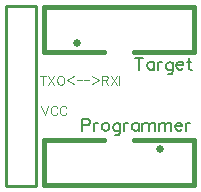
<source format=gbr>
G04 DipTrace 3.1.0.1*
G04 TopSilk.gbr*
%MOIN*%
G04 #@! TF.FileFunction,Legend,Top*
G04 #@! TF.Part,Single*
%ADD10C,0.009843*%
%ADD14C,0.025*%
%ADD15C,0.015748*%
%ADD29C,0.006176*%
%ADD30C,0.004632*%
%FSLAX26Y26*%
G04*
G70*
G90*
G75*
G01*
G04 TopSilk*
%LPD*%
D14*
X905217Y521499D3*
X817717Y552751D2*
D15*
X1017717D1*
Y402756D1*
X517717D1*
Y552751D1*
X717717D1*
D14*
X630217Y875745D3*
X717717Y844493D2*
D15*
X517717D1*
Y994488D1*
X1017717D1*
Y844493D1*
X817717D1*
X393307Y998425D2*
D10*
Y398425D1*
X493307Y998425D2*
Y398425D1*
X393307Y998425D2*
X493307D1*
X393307Y398425D2*
X493307D1*
X644975Y601058D2*
D29*
X662219D1*
X667923Y602960D1*
X669868Y604905D1*
X671770Y608708D1*
Y614456D1*
X669868Y618258D1*
X667923Y620204D1*
X662219Y622105D1*
X644975D1*
Y581913D1*
X684121Y608708D2*
Y581913D1*
Y597212D2*
X686067Y602960D1*
X689869Y606806D1*
X693716Y608708D1*
X699464D1*
X721366D2*
X717563Y606806D1*
X713717Y602960D1*
X711815Y597212D1*
Y593409D1*
X713717Y587661D1*
X717563Y583858D1*
X721366Y581913D1*
X727114D1*
X730961Y583858D1*
X734763Y587661D1*
X736709Y593409D1*
Y597212D1*
X734763Y602960D1*
X730961Y606806D1*
X727114Y608708D1*
X721366D1*
X772008Y606806D2*
Y576165D1*
X770107Y570461D1*
X768205Y568516D1*
X764359Y566614D1*
X758611D1*
X754808Y568516D1*
X772008Y601058D2*
X768205Y604861D1*
X764359Y606806D1*
X758611D1*
X754808Y604861D1*
X750961Y601058D1*
X749060Y595310D1*
Y591464D1*
X750961Y585760D1*
X754808Y581913D1*
X758611Y580012D1*
X764359D1*
X768205Y581913D1*
X772008Y585760D1*
X784359Y608708D2*
Y581913D1*
Y597212D2*
X786305Y602960D1*
X790107Y606806D1*
X793954Y608708D1*
X799702D1*
X835002D2*
Y581913D1*
Y602960D2*
X831199Y606806D1*
X827352Y608708D1*
X821648D1*
X817802Y606806D1*
X813999Y602960D1*
X812054Y597212D1*
Y593409D1*
X813999Y587661D1*
X817802Y583858D1*
X821648Y581913D1*
X827352D1*
X831199Y583858D1*
X835002Y587661D1*
X847353Y608708D2*
Y581913D1*
Y601058D2*
X853101Y606806D1*
X856948Y608708D1*
X862652D1*
X866498Y606806D1*
X868400Y601058D1*
Y581913D1*
Y601058D2*
X874148Y606806D1*
X877994Y608708D1*
X883698D1*
X887545Y606806D1*
X889490Y601058D1*
Y581913D1*
X901842Y608708D2*
Y581913D1*
Y601058D2*
X907590Y606806D1*
X911437Y608708D1*
X917140D1*
X920987Y606806D1*
X922888Y601058D1*
Y581913D1*
Y601058D2*
X928636Y606806D1*
X932483Y608708D1*
X938187D1*
X942034Y606806D1*
X943979Y601058D1*
Y581913D1*
X956331Y597212D2*
X979279D1*
Y601058D1*
X977377Y604905D1*
X975476Y606806D1*
X971629Y608708D1*
X965881D1*
X962079Y606806D1*
X958232Y602960D1*
X956331Y597212D1*
Y593409D1*
X958232Y587661D1*
X962079Y583858D1*
X965881Y581913D1*
X971629D1*
X975476Y583858D1*
X979279Y587661D1*
X991630Y608708D2*
Y581913D1*
Y597212D2*
X993575Y602960D1*
X997378Y606806D1*
X1001225Y608708D1*
X1006973D1*
X836719Y826436D2*
Y786244D1*
X823321Y826436D2*
X850116D1*
X885415Y813038D2*
Y786244D1*
Y807290D2*
X881613Y811137D1*
X877766Y813038D1*
X872062D1*
X868216Y811137D1*
X864413Y807290D1*
X862468Y801542D1*
Y797740D1*
X864413Y791992D1*
X868216Y788189D1*
X872062Y786244D1*
X877766D1*
X881613Y788189D1*
X885415Y791992D1*
X897767Y813038D2*
Y786244D1*
Y801542D2*
X899712Y807290D1*
X903515Y811137D1*
X907362Y813038D1*
X913110D1*
X948409Y811137D2*
Y780496D1*
X946508Y774792D1*
X944606Y772846D1*
X940760Y770945D1*
X935012D1*
X931209Y772846D1*
X948409Y805389D2*
X944606Y809192D1*
X940760Y811137D1*
X935012D1*
X931209Y809192D1*
X927362Y805389D1*
X925461Y799641D1*
Y795794D1*
X927362Y790090D1*
X931209Y786244D1*
X935012Y784342D1*
X940760D1*
X944606Y786244D1*
X948409Y790090D1*
X960760Y801542D2*
X983708D1*
Y805389D1*
X981807Y809236D1*
X979906Y811137D1*
X976059Y813038D1*
X970311D1*
X966508Y811137D1*
X962662Y807290D1*
X960760Y801542D1*
Y797740D1*
X962662Y791992D1*
X966508Y788189D1*
X970311Y786244D1*
X976059D1*
X979906Y788189D1*
X983708Y791992D1*
X1001808Y826436D2*
Y793893D1*
X1003709Y788189D1*
X1007556Y786244D1*
X1011358D1*
X996060Y813038D2*
X1009457D1*
X514487Y765654D2*
D30*
Y735510D1*
X504439Y765654D2*
X524535D1*
X533799D2*
X553895Y735510D1*
Y765654D2*
X533799Y735510D1*
X571780Y765654D2*
X568895Y764228D1*
X566043Y761343D1*
X564584Y758491D1*
X563158Y754180D1*
Y746984D1*
X564584Y742706D1*
X566043Y739821D1*
X568895Y736969D1*
X571780Y735510D1*
X577517D1*
X580369Y736969D1*
X583254Y739821D1*
X584680Y742706D1*
X586106Y746984D1*
Y754180D1*
X584680Y758491D1*
X583254Y761343D1*
X580369Y764228D1*
X577517Y765654D1*
X571780D1*
X618318Y763482D2*
X595370Y750549D1*
X618318Y737649D1*
X627581Y750566D2*
X644162D1*
X653426D2*
X670007D1*
X679270Y763482D2*
X702218Y750549D1*
X679270Y737649D1*
X711482Y751295D2*
X724381D1*
X728692Y752754D1*
X730152Y754180D1*
X731578Y757032D1*
Y759917D1*
X730152Y762769D1*
X728692Y764228D1*
X724381Y765654D1*
X711482D1*
Y735510D1*
X721530Y751295D2*
X731578Y735510D1*
X740841Y765654D2*
X760937Y735510D1*
Y765654D2*
X740841Y735510D1*
X770201Y765654D2*
Y735510D1*
X509557Y664867D2*
X521031Y634723D1*
X532505Y664867D1*
X563291Y657704D2*
X561865Y660556D1*
X558980Y663441D1*
X556128Y664867D1*
X550391D1*
X547506Y663441D1*
X544654Y660556D1*
X543195Y657704D1*
X541769Y653393D1*
Y646197D1*
X543195Y641919D1*
X544654Y639034D1*
X547506Y636182D1*
X550391Y634723D1*
X556128D1*
X558980Y636182D1*
X561865Y639034D1*
X563291Y641919D1*
X594076Y657704D2*
X592650Y660556D1*
X589765Y663441D1*
X586913Y664867D1*
X581176D1*
X578291Y663441D1*
X575439Y660556D1*
X573980Y657704D1*
X572554Y653393D1*
Y646197D1*
X573980Y641919D1*
X575439Y639034D1*
X578291Y636182D1*
X581176Y634723D1*
X586913D1*
X589765Y636182D1*
X592650Y639034D1*
X594076Y641919D1*
M02*

</source>
